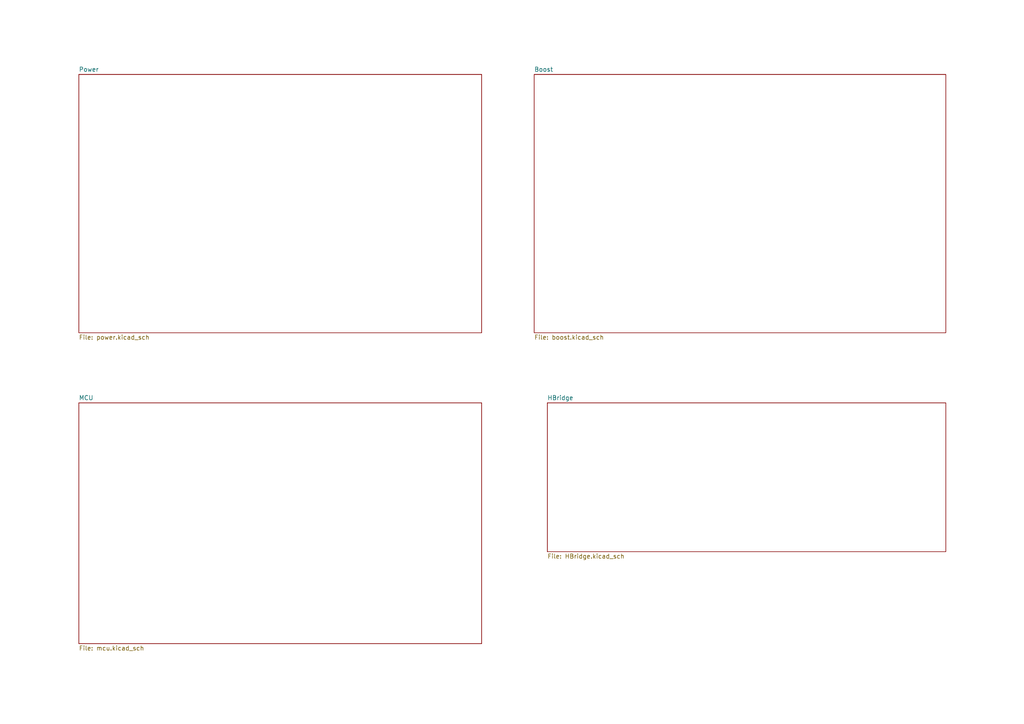
<source format=kicad_sch>
(kicad_sch
	(version 20231120)
	(generator "eeschema")
	(generator_version "8.0")
	(uuid "225cfa82-97e7-4320-90e1-4d94ef39f9f2")
	(paper "A4")
	(lib_symbols)
	(sheet
		(at 22.86 116.84)
		(size 116.84 69.85)
		(fields_autoplaced yes)
		(stroke
			(width 0.1524)
			(type solid)
		)
		(fill
			(color 0 0 0 0.0000)
		)
		(uuid "66e7fb16-fffa-4599-b9bd-167a6cbf40e4")
		(property "Sheetname" "MCU"
			(at 22.86 116.1284 0)
			(effects
				(font
					(size 1.27 1.27)
				)
				(justify left bottom)
			)
		)
		(property "Sheetfile" "mcu.kicad_sch"
			(at 22.86 187.2746 0)
			(effects
				(font
					(size 1.27 1.27)
				)
				(justify left top)
			)
		)
		(instances
			(project "FES_Hardware"
				(path "/225cfa82-97e7-4320-90e1-4d94ef39f9f2"
					(page "4")
				)
			)
		)
	)
	(sheet
		(at 158.75 116.84)
		(size 115.57 43.18)
		(fields_autoplaced yes)
		(stroke
			(width 0.1524)
			(type solid)
		)
		(fill
			(color 0 0 0 0.0000)
		)
		(uuid "743d8807-83c0-4706-a128-4bbbd94e26d6")
		(property "Sheetname" "HBridge"
			(at 158.75 116.1284 0)
			(effects
				(font
					(size 1.27 1.27)
				)
				(justify left bottom)
			)
		)
		(property "Sheetfile" "HBridge.kicad_sch"
			(at 158.75 160.6046 0)
			(effects
				(font
					(size 1.27 1.27)
				)
				(justify left top)
			)
		)
		(instances
			(project "FES_Hardware"
				(path "/225cfa82-97e7-4320-90e1-4d94ef39f9f2"
					(page "5")
				)
			)
		)
	)
	(sheet
		(at 22.86 21.59)
		(size 116.84 74.93)
		(fields_autoplaced yes)
		(stroke
			(width 0.1524)
			(type solid)
		)
		(fill
			(color 0 0 0 0.0000)
		)
		(uuid "9d03af3c-7e27-487a-be84-d59389aa1574")
		(property "Sheetname" "Power"
			(at 22.86 20.8784 0)
			(effects
				(font
					(size 1.27 1.27)
				)
				(justify left bottom)
			)
		)
		(property "Sheetfile" "power.kicad_sch"
			(at 22.86 97.1046 0)
			(effects
				(font
					(size 1.27 1.27)
				)
				(justify left top)
			)
		)
		(instances
			(project "FES_Hardware"
				(path "/225cfa82-97e7-4320-90e1-4d94ef39f9f2"
					(page "2")
				)
			)
		)
	)
	(sheet
		(at 154.94 21.59)
		(size 119.38 74.93)
		(fields_autoplaced yes)
		(stroke
			(width 0.1524)
			(type solid)
		)
		(fill
			(color 0 0 0 0.0000)
		)
		(uuid "cd32b677-73b6-40f3-905a-e4b052fd72c9")
		(property "Sheetname" "Boost"
			(at 154.94 20.8784 0)
			(effects
				(font
					(size 1.27 1.27)
				)
				(justify left bottom)
			)
		)
		(property "Sheetfile" "boost.kicad_sch"
			(at 154.94 97.1046 0)
			(effects
				(font
					(size 1.27 1.27)
				)
				(justify left top)
			)
		)
		(instances
			(project "FES_Hardware"
				(path "/225cfa82-97e7-4320-90e1-4d94ef39f9f2"
					(page "3")
				)
			)
		)
	)
	(sheet_instances
		(path "/"
			(page "1")
		)
	)
)

</source>
